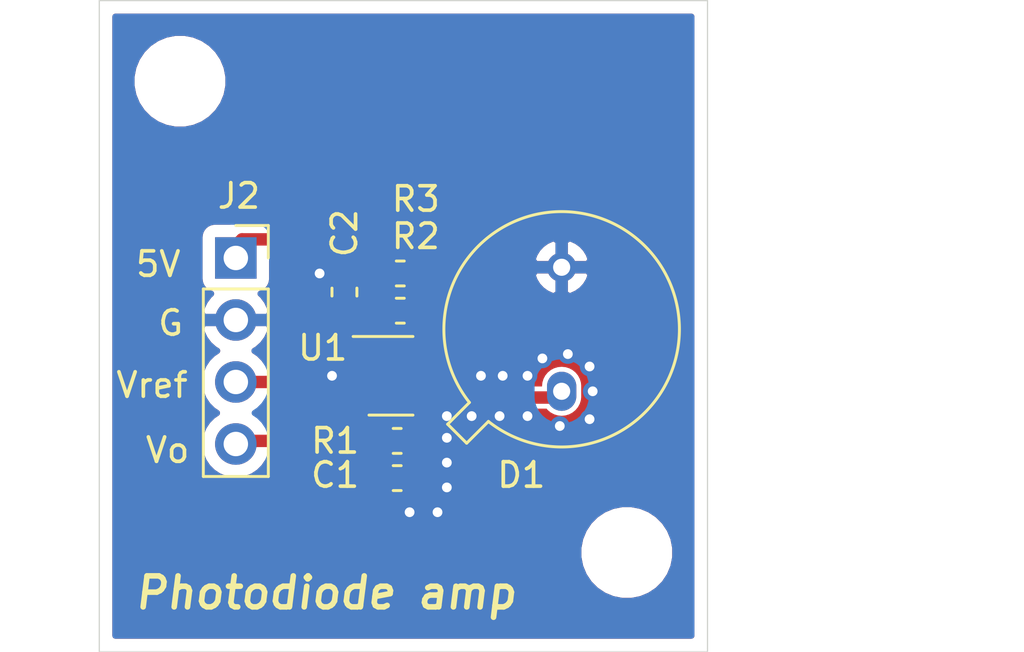
<source format=kicad_pcb>
(kicad_pcb (version 20171130) (host pcbnew 5.1.6-c6e7f7d~87~ubuntu18.04.1)

  (general
    (thickness 1.6)
    (drawings 11)
    (tracks 53)
    (zones 0)
    (modules 10)
    (nets 7)
  )

  (page A4)
  (layers
    (0 F.Cu signal)
    (31 B.Cu signal)
    (32 B.Adhes user)
    (33 F.Adhes user)
    (34 B.Paste user)
    (35 F.Paste user)
    (36 B.SilkS user hide)
    (37 F.SilkS user)
    (38 B.Mask user)
    (39 F.Mask user)
    (40 Dwgs.User user)
    (41 Cmts.User user)
    (42 Eco1.User user)
    (43 Eco2.User user hide)
    (44 Edge.Cuts user)
    (45 Margin user)
    (46 B.CrtYd user)
    (47 F.CrtYd user)
    (48 B.Fab user)
    (49 F.Fab user hide)
  )

  (setup
    (last_trace_width 0.1524)
    (user_trace_width 0.1524)
    (user_trace_width 0.254)
    (user_trace_width 0.381)
    (user_trace_width 0.508)
    (user_trace_width 0.635)
    (trace_clearance 0.2)
    (zone_clearance 0.127)
    (zone_45_only no)
    (trace_min 0.2)
    (via_size 0.8)
    (via_drill 0.4)
    (via_min_size 0.4)
    (via_min_drill 0.3)
    (uvia_size 0.3)
    (uvia_drill 0.1)
    (uvias_allowed no)
    (uvia_min_size 0.2)
    (uvia_min_drill 0.1)
    (edge_width 0.05)
    (segment_width 0.2)
    (pcb_text_width 0.3)
    (pcb_text_size 1.5 1.5)
    (mod_edge_width 0.12)
    (mod_text_size 1 1)
    (mod_text_width 0.15)
    (pad_size 1.524 1.524)
    (pad_drill 0.762)
    (pad_to_mask_clearance 0.05)
    (aux_axis_origin 0 0)
    (visible_elements FFFFFF7F)
    (pcbplotparams
      (layerselection 0x010fc_ffffffff)
      (usegerberextensions false)
      (usegerberattributes true)
      (usegerberadvancedattributes true)
      (creategerberjobfile true)
      (excludeedgelayer true)
      (linewidth 0.100000)
      (plotframeref false)
      (viasonmask false)
      (mode 1)
      (useauxorigin false)
      (hpglpennumber 1)
      (hpglpenspeed 20)
      (hpglpendiameter 15.000000)
      (psnegative false)
      (psa4output false)
      (plotreference true)
      (plotvalue true)
      (plotinvisibletext false)
      (padsonsilk false)
      (subtractmaskfromsilk false)
      (outputformat 1)
      (mirror false)
      (drillshape 0)
      (scaleselection 1)
      (outputdirectory "../production/gerbers"))
  )

  (net 0 "")
  (net 1 GND)
  (net 2 /Vout)
  (net 3 "Net-(C1-Pad1)")
  (net 4 /Vref)
  (net 5 +5V)
  (net 6 "Net-(C2-Pad2)")

  (net_class Default "This is the default net class."
    (clearance 0.2)
    (trace_width 0.25)
    (via_dia 0.8)
    (via_drill 0.4)
    (uvia_dia 0.3)
    (uvia_drill 0.1)
    (add_net +5V)
    (add_net /Vout)
    (add_net /Vref)
    (add_net GND)
    (add_net "Net-(C1-Pad1)")
    (add_net "Net-(C2-Pad2)")
  )

  (module Package_TO_SOT_THT:TO-5-2_Window (layer F.Cu) (tedit 5A02FF81) (tstamp 61B00E5E)
    (at 158.877 99.822 90)
    (descr "TO-5-2_Window, Window")
    (tags "TO-5-2_Window Window")
    (path /61B6A38B)
    (fp_text reference D1 (at -3.429 -1.651) (layer F.SilkS)
      (effects (font (size 1 1) (thickness 0.15)))
    )
    (fp_text value BPX61 (at 2.54 5.82 90) (layer F.Fab)
      (effects (font (size 1 1) (thickness 0.15)))
    )
    (fp_arc (start 2.54 0) (end -0.457084 -3.774902) (angle 346.9) (layer F.SilkS) (width 0.12))
    (fp_arc (start 2.54 0) (end -0.465408 -3.61352) (angle 349.5) (layer F.Fab) (width 0.1))
    (fp_text user %R (at 2.54 -5.82 90) (layer F.Fab)
      (effects (font (size 1 1) (thickness 0.15)))
    )
    (fp_line (start -0.465408 -3.61352) (end -1.27151 -4.419621) (layer F.Fab) (width 0.1))
    (fp_line (start -1.27151 -4.419621) (end -1.879621 -3.81151) (layer F.Fab) (width 0.1))
    (fp_line (start -1.879621 -3.81151) (end -1.07352 -3.005408) (layer F.Fab) (width 0.1))
    (fp_line (start 3.864 -2.637) (end 5.177 -1.324) (layer F.Fab) (width 0.1))
    (fp_line (start 3.025 -2.911) (end 5.451 -0.485) (layer F.Fab) (width 0.1))
    (fp_line (start 2.42 -2.948) (end 5.488 0.12) (layer F.Fab) (width 0.1))
    (fp_line (start 1.918 -2.884) (end 5.424 0.622) (layer F.Fab) (width 0.1))
    (fp_line (start 1.482 -2.755) (end 5.295 1.058) (layer F.Fab) (width 0.1))
    (fp_line (start 1.097 -2.574) (end 5.114 1.443) (layer F.Fab) (width 0.1))
    (fp_line (start 0.756 -2.35) (end 4.89 1.784) (layer F.Fab) (width 0.1))
    (fp_line (start 0.454 -2.086) (end 4.626 2.086) (layer F.Fab) (width 0.1))
    (fp_line (start 0.19 -1.784) (end 4.324 2.35) (layer F.Fab) (width 0.1))
    (fp_line (start -0.034 -1.443) (end 3.983 2.574) (layer F.Fab) (width 0.1))
    (fp_line (start -0.215 -1.058) (end 3.598 2.755) (layer F.Fab) (width 0.1))
    (fp_line (start -0.344 -0.622) (end 3.162 2.884) (layer F.Fab) (width 0.1))
    (fp_line (start -0.408 -0.12) (end 2.66 2.948) (layer F.Fab) (width 0.1))
    (fp_line (start -0.371 0.485) (end 2.055 2.911) (layer F.Fab) (width 0.1))
    (fp_line (start -0.097 1.324) (end 1.216 2.637) (layer F.Fab) (width 0.1))
    (fp_line (start -0.457084 -3.774902) (end -1.348039 -4.665856) (layer F.SilkS) (width 0.12))
    (fp_line (start -1.348039 -4.665856) (end -2.125856 -3.888039) (layer F.SilkS) (width 0.12))
    (fp_line (start -2.125856 -3.888039) (end -1.234902 -2.997084) (layer F.SilkS) (width 0.12))
    (fp_line (start -2.41 -4.95) (end -2.41 4.95) (layer F.CrtYd) (width 0.05))
    (fp_line (start -2.41 4.95) (end 7.49 4.95) (layer F.CrtYd) (width 0.05))
    (fp_line (start 7.49 4.95) (end 7.49 -4.95) (layer F.CrtYd) (width 0.05))
    (fp_line (start 7.49 -4.95) (end -2.41 -4.95) (layer F.CrtYd) (width 0.05))
    (fp_circle (center 2.54 0) (end 6.79 0) (layer F.Fab) (width 0.1))
    (fp_circle (center 2.54 0) (end 5.49 0) (layer F.Fab) (width 0.1))
    (pad 2 thru_hole oval (at 5.08 0 90) (size 1.2 1.2) (drill 0.7) (layers *.Cu *.Mask)
      (net 1 GND))
    (pad 1 thru_hole oval (at 0 0 90) (size 1.6 1.2) (drill 0.7) (layers *.Cu *.Mask)
      (net 3 "Net-(C1-Pad1)"))
    (model ${KISYS3DMOD}/Package_TO_SOT_THT.3dshapes/TO-5-2_Window.wrl
      (offset (xyz 0 0 -4.445))
      (scale (xyz 1 1 1))
      (rotate (xyz 0 0 0))
    )
  )

  (module Package_TO_SOT_SMD:SOT-23-5 (layer F.Cu) (tedit 5A02FF57) (tstamp 61AFFDDD)
    (at 151.892 99.187)
    (descr "5-pin SOT23 package")
    (tags SOT-23-5)
    (path /61B13F66)
    (attr smd)
    (fp_text reference U1 (at -2.794 -1.143) (layer F.SilkS)
      (effects (font (size 1 1) (thickness 0.15)))
    )
    (fp_text value OPA333xxDBV (at 0 2.9) (layer F.Fab)
      (effects (font (size 1 1) (thickness 0.15)))
    )
    (fp_text user %R (at 0 0 90) (layer F.Fab)
      (effects (font (size 0.5 0.5) (thickness 0.075)))
    )
    (fp_line (start -0.9 1.61) (end 0.9 1.61) (layer F.SilkS) (width 0.12))
    (fp_line (start 0.9 -1.61) (end -1.55 -1.61) (layer F.SilkS) (width 0.12))
    (fp_line (start -1.9 -1.8) (end 1.9 -1.8) (layer F.CrtYd) (width 0.05))
    (fp_line (start 1.9 -1.8) (end 1.9 1.8) (layer F.CrtYd) (width 0.05))
    (fp_line (start 1.9 1.8) (end -1.9 1.8) (layer F.CrtYd) (width 0.05))
    (fp_line (start -1.9 1.8) (end -1.9 -1.8) (layer F.CrtYd) (width 0.05))
    (fp_line (start -0.9 -0.9) (end -0.25 -1.55) (layer F.Fab) (width 0.1))
    (fp_line (start 0.9 -1.55) (end -0.25 -1.55) (layer F.Fab) (width 0.1))
    (fp_line (start -0.9 -0.9) (end -0.9 1.55) (layer F.Fab) (width 0.1))
    (fp_line (start 0.9 1.55) (end -0.9 1.55) (layer F.Fab) (width 0.1))
    (fp_line (start 0.9 -1.55) (end 0.9 1.55) (layer F.Fab) (width 0.1))
    (pad 5 smd rect (at 1.1 -0.95) (size 1.06 0.65) (layers F.Cu F.Paste F.Mask)
      (net 5 +5V))
    (pad 4 smd rect (at 1.1 0.95) (size 1.06 0.65) (layers F.Cu F.Paste F.Mask)
      (net 3 "Net-(C1-Pad1)"))
    (pad 3 smd rect (at -1.1 0.95) (size 1.06 0.65) (layers F.Cu F.Paste F.Mask)
      (net 4 /Vref))
    (pad 2 smd rect (at -1.1 0) (size 1.06 0.65) (layers F.Cu F.Paste F.Mask)
      (net 1 GND))
    (pad 1 smd rect (at -1.1 -0.95) (size 1.06 0.65) (layers F.Cu F.Paste F.Mask)
      (net 2 /Vout))
    (model ${KISYS3DMOD}/Package_TO_SOT_SMD.3dshapes/SOT-23-5.wrl
      (at (xyz 0 0 0))
      (scale (xyz 1 1 1))
      (rotate (xyz 0 0 0))
    )
  )

  (module Resistor_SMD:R_0603_1608Metric (layer F.Cu) (tedit 5B301BBD) (tstamp 61AFFDC8)
    (at 152.146 101.854 180)
    (descr "Resistor SMD 0603 (1608 Metric), square (rectangular) end terminal, IPC_7351 nominal, (Body size source: http://www.tortai-tech.com/upload/download/2011102023233369053.pdf), generated with kicad-footprint-generator")
    (tags resistor)
    (path /61B275EE)
    (attr smd)
    (fp_text reference R1 (at 2.54 0) (layer F.SilkS)
      (effects (font (size 1 1) (thickness 0.15)))
    )
    (fp_text value 2M (at 0 1.43) (layer F.Fab)
      (effects (font (size 1 1) (thickness 0.15)))
    )
    (fp_text user %R (at 0 0) (layer F.Fab)
      (effects (font (size 0.4 0.4) (thickness 0.06)))
    )
    (fp_line (start -0.8 0.4) (end -0.8 -0.4) (layer F.Fab) (width 0.1))
    (fp_line (start -0.8 -0.4) (end 0.8 -0.4) (layer F.Fab) (width 0.1))
    (fp_line (start 0.8 -0.4) (end 0.8 0.4) (layer F.Fab) (width 0.1))
    (fp_line (start 0.8 0.4) (end -0.8 0.4) (layer F.Fab) (width 0.1))
    (fp_line (start -0.162779 -0.51) (end 0.162779 -0.51) (layer F.SilkS) (width 0.12))
    (fp_line (start -0.162779 0.51) (end 0.162779 0.51) (layer F.SilkS) (width 0.12))
    (fp_line (start -1.48 0.73) (end -1.48 -0.73) (layer F.CrtYd) (width 0.05))
    (fp_line (start -1.48 -0.73) (end 1.48 -0.73) (layer F.CrtYd) (width 0.05))
    (fp_line (start 1.48 -0.73) (end 1.48 0.73) (layer F.CrtYd) (width 0.05))
    (fp_line (start 1.48 0.73) (end -1.48 0.73) (layer F.CrtYd) (width 0.05))
    (pad 2 smd roundrect (at 0.7875 0 180) (size 0.875 0.95) (layers F.Cu F.Paste F.Mask) (roundrect_rratio 0.25)
      (net 2 /Vout))
    (pad 1 smd roundrect (at -0.7875 0 180) (size 0.875 0.95) (layers F.Cu F.Paste F.Mask) (roundrect_rratio 0.25)
      (net 3 "Net-(C1-Pad1)"))
    (model ${KISYS3DMOD}/Resistor_SMD.3dshapes/R_0603_1608Metric.wrl
      (at (xyz 0 0 0))
      (scale (xyz 1 1 1))
      (rotate (xyz 0 0 0))
    )
  )

  (module Resistor_SMD:R_0603_1608Metric (layer F.Cu) (tedit 5B301BBD) (tstamp 61AFFD97)
    (at 152.273 96.52)
    (descr "Resistor SMD 0603 (1608 Metric), square (rectangular) end terminal, IPC_7351 nominal, (Body size source: http://www.tortai-tech.com/upload/download/2011102023233369053.pdf), generated with kicad-footprint-generator")
    (tags resistor)
    (path /61B2103D)
    (attr smd)
    (fp_text reference R2 (at 0.635 -3.048) (layer F.SilkS)
      (effects (font (size 1 1) (thickness 0.15)))
    )
    (fp_text value 13.7K (at 0 1.43) (layer F.Fab)
      (effects (font (size 1 1) (thickness 0.15)))
    )
    (fp_text user %R (at 0 0) (layer F.Fab)
      (effects (font (size 0.4 0.4) (thickness 0.06)))
    )
    (fp_line (start -0.8 0.4) (end -0.8 -0.4) (layer F.Fab) (width 0.1))
    (fp_line (start -0.8 -0.4) (end 0.8 -0.4) (layer F.Fab) (width 0.1))
    (fp_line (start 0.8 -0.4) (end 0.8 0.4) (layer F.Fab) (width 0.1))
    (fp_line (start 0.8 0.4) (end -0.8 0.4) (layer F.Fab) (width 0.1))
    (fp_line (start -0.162779 -0.51) (end 0.162779 -0.51) (layer F.SilkS) (width 0.12))
    (fp_line (start -0.162779 0.51) (end 0.162779 0.51) (layer F.SilkS) (width 0.12))
    (fp_line (start -1.48 0.73) (end -1.48 -0.73) (layer F.CrtYd) (width 0.05))
    (fp_line (start -1.48 -0.73) (end 1.48 -0.73) (layer F.CrtYd) (width 0.05))
    (fp_line (start 1.48 -0.73) (end 1.48 0.73) (layer F.CrtYd) (width 0.05))
    (fp_line (start 1.48 0.73) (end -1.48 0.73) (layer F.CrtYd) (width 0.05))
    (pad 2 smd roundrect (at 0.7875 0) (size 0.875 0.95) (layers F.Cu F.Paste F.Mask) (roundrect_rratio 0.25)
      (net 5 +5V))
    (pad 1 smd roundrect (at -0.7875 0) (size 0.875 0.95) (layers F.Cu F.Paste F.Mask) (roundrect_rratio 0.25)
      (net 6 "Net-(C2-Pad2)"))
    (model ${KISYS3DMOD}/Resistor_SMD.3dshapes/R_0603_1608Metric.wrl
      (at (xyz 0 0 0))
      (scale (xyz 1 1 1))
      (rotate (xyz 0 0 0))
    )
  )

  (module Capacitor_SMD:C_0603_1608Metric (layer F.Cu) (tedit 5B301BBE) (tstamp 61AFFD03)
    (at 152.146 103.378 180)
    (descr "Capacitor SMD 0603 (1608 Metric), square (rectangular) end terminal, IPC_7351 nominal, (Body size source: http://www.tortai-tech.com/upload/download/2011102023233369053.pdf), generated with kicad-footprint-generator")
    (tags capacitor)
    (path /61B23471)
    (attr smd)
    (fp_text reference C1 (at 2.54 0.127) (layer F.SilkS)
      (effects (font (size 1 1) (thickness 0.15)))
    )
    (fp_text value 3.3pF (at 0 1.43) (layer F.Fab)
      (effects (font (size 1 1) (thickness 0.15)))
    )
    (fp_text user %R (at 0 0) (layer F.Fab)
      (effects (font (size 0.4 0.4) (thickness 0.06)))
    )
    (fp_line (start -0.8 0.4) (end -0.8 -0.4) (layer F.Fab) (width 0.1))
    (fp_line (start -0.8 -0.4) (end 0.8 -0.4) (layer F.Fab) (width 0.1))
    (fp_line (start 0.8 -0.4) (end 0.8 0.4) (layer F.Fab) (width 0.1))
    (fp_line (start 0.8 0.4) (end -0.8 0.4) (layer F.Fab) (width 0.1))
    (fp_line (start -0.162779 -0.51) (end 0.162779 -0.51) (layer F.SilkS) (width 0.12))
    (fp_line (start -0.162779 0.51) (end 0.162779 0.51) (layer F.SilkS) (width 0.12))
    (fp_line (start -1.48 0.73) (end -1.48 -0.73) (layer F.CrtYd) (width 0.05))
    (fp_line (start -1.48 -0.73) (end 1.48 -0.73) (layer F.CrtYd) (width 0.05))
    (fp_line (start 1.48 -0.73) (end 1.48 0.73) (layer F.CrtYd) (width 0.05))
    (fp_line (start 1.48 0.73) (end -1.48 0.73) (layer F.CrtYd) (width 0.05))
    (pad 2 smd roundrect (at 0.7875 0 180) (size 0.875 0.95) (layers F.Cu F.Paste F.Mask) (roundrect_rratio 0.25)
      (net 2 /Vout))
    (pad 1 smd roundrect (at -0.7875 0 180) (size 0.875 0.95) (layers F.Cu F.Paste F.Mask) (roundrect_rratio 0.25)
      (net 3 "Net-(C1-Pad1)"))
    (model ${KISYS3DMOD}/Capacitor_SMD.3dshapes/C_0603_1608Metric.wrl
      (at (xyz 0 0 0))
      (scale (xyz 1 1 1))
      (rotate (xyz 0 0 0))
    )
  )

  (module Capacitor_SMD:C_0603_1608Metric (layer F.Cu) (tedit 5B301BBE) (tstamp 61A8F661)
    (at 149.987 95.758 270)
    (descr "Capacitor SMD 0603 (1608 Metric), square (rectangular) end terminal, IPC_7351 nominal, (Body size source: http://www.tortai-tech.com/upload/download/2011102023233369053.pdf), generated with kicad-footprint-generator")
    (tags capacitor)
    (path /61A9D282)
    (attr smd)
    (fp_text reference C2 (at -2.413 0 270) (layer F.SilkS)
      (effects (font (size 1 1) (thickness 0.15)))
    )
    (fp_text value 1uF (at 0 1.43 90) (layer F.Fab)
      (effects (font (size 1 1) (thickness 0.15)))
    )
    (fp_line (start -0.8 0.4) (end -0.8 -0.4) (layer F.Fab) (width 0.1))
    (fp_line (start -0.8 -0.4) (end 0.8 -0.4) (layer F.Fab) (width 0.1))
    (fp_line (start 0.8 -0.4) (end 0.8 0.4) (layer F.Fab) (width 0.1))
    (fp_line (start 0.8 0.4) (end -0.8 0.4) (layer F.Fab) (width 0.1))
    (fp_line (start -0.162779 -0.51) (end 0.162779 -0.51) (layer F.SilkS) (width 0.12))
    (fp_line (start -0.162779 0.51) (end 0.162779 0.51) (layer F.SilkS) (width 0.12))
    (fp_line (start -1.48 0.73) (end -1.48 -0.73) (layer F.CrtYd) (width 0.05))
    (fp_line (start -1.48 -0.73) (end 1.48 -0.73) (layer F.CrtYd) (width 0.05))
    (fp_line (start 1.48 -0.73) (end 1.48 0.73) (layer F.CrtYd) (width 0.05))
    (fp_line (start 1.48 0.73) (end -1.48 0.73) (layer F.CrtYd) (width 0.05))
    (fp_text user %R (at 0 0 90) (layer F.Fab)
      (effects (font (size 0.4 0.4) (thickness 0.06)))
    )
    (pad 2 smd roundrect (at 0.7875 0 270) (size 0.875 0.95) (layers F.Cu F.Paste F.Mask) (roundrect_rratio 0.25)
      (net 6 "Net-(C2-Pad2)"))
    (pad 1 smd roundrect (at -0.7875 0 270) (size 0.875 0.95) (layers F.Cu F.Paste F.Mask) (roundrect_rratio 0.25)
      (net 1 GND))
    (model ${KISYS3DMOD}/Capacitor_SMD.3dshapes/C_0603_1608Metric.wrl
      (at (xyz 0 0 0))
      (scale (xyz 1 1 1))
      (rotate (xyz 0 0 0))
    )
  )

  (module MountingHole:MountingHole_2.7mm_M2.5 (layer F.Cu) (tedit 56D1B4CB) (tstamp 61A8CCDD)
    (at 161.544 106.426)
    (descr "Mounting Hole 2.7mm, no annular, M2.5")
    (tags "mounting hole 2.7mm no annular m2.5")
    (path /61B14D6F)
    (attr virtual)
    (fp_text reference H2 (at -4.064 2.286) (layer F.SilkS) hide
      (effects (font (size 1 1) (thickness 0.15)))
    )
    (fp_text value MountingHole (at 0 3.7) (layer F.Fab)
      (effects (font (size 1 1) (thickness 0.15)))
    )
    (fp_circle (center 0 0) (end 2.95 0) (layer F.CrtYd) (width 0.05))
    (fp_circle (center 0 0) (end 2.7 0) (layer Cmts.User) (width 0.15))
    (fp_text user %R (at 0.3 0) (layer F.Fab)
      (effects (font (size 1 1) (thickness 0.15)))
    )
    (pad 1 np_thru_hole circle (at 0 0) (size 2.7 2.7) (drill 2.7) (layers *.Cu *.Mask))
  )

  (module MountingHole:MountingHole_2.7mm_M2.5 (layer F.Cu) (tedit 56D1B4CB) (tstamp 61A8D2F5)
    (at 143.256 87.122)
    (descr "Mounting Hole 2.7mm, no annular, M2.5")
    (tags "mounting hole 2.7mm no annular m2.5")
    (path /61B1347B)
    (attr virtual)
    (fp_text reference H1 (at 0 -3.7) (layer F.SilkS) hide
      (effects (font (size 1 1) (thickness 0.15)))
    )
    (fp_text value MountingHole (at 0 3.7) (layer F.Fab)
      (effects (font (size 1 1) (thickness 0.15)))
    )
    (fp_circle (center 0 0) (end 2.95 0) (layer F.CrtYd) (width 0.05))
    (fp_circle (center 0 0) (end 2.7 0) (layer Cmts.User) (width 0.15))
    (fp_text user %R (at 0.3 0) (layer F.Fab)
      (effects (font (size 1 1) (thickness 0.15)))
    )
    (pad 1 np_thru_hole circle (at 0 0) (size 2.7 2.7) (drill 2.7) (layers *.Cu *.Mask))
  )

  (module Resistor_SMD:R_0603_1608Metric (layer F.Cu) (tedit 5B301BBD) (tstamp 61A8D784)
    (at 152.273 94.996)
    (descr "Resistor SMD 0603 (1608 Metric), square (rectangular) end terminal, IPC_7351 nominal, (Body size source: http://www.tortai-tech.com/upload/download/2011102023233369053.pdf), generated with kicad-footprint-generator")
    (tags resistor)
    (path /61AFAEA8)
    (attr smd)
    (fp_text reference R3 (at 0.635 -3.048) (layer F.SilkS)
      (effects (font (size 1 1) (thickness 0.15)))
    )
    (fp_text value 280R (at 0 1.43) (layer F.Fab)
      (effects (font (size 1 1) (thickness 0.15)))
    )
    (fp_line (start 1.48 0.73) (end -1.48 0.73) (layer F.CrtYd) (width 0.05))
    (fp_line (start 1.48 -0.73) (end 1.48 0.73) (layer F.CrtYd) (width 0.05))
    (fp_line (start -1.48 -0.73) (end 1.48 -0.73) (layer F.CrtYd) (width 0.05))
    (fp_line (start -1.48 0.73) (end -1.48 -0.73) (layer F.CrtYd) (width 0.05))
    (fp_line (start -0.162779 0.51) (end 0.162779 0.51) (layer F.SilkS) (width 0.12))
    (fp_line (start -0.162779 -0.51) (end 0.162779 -0.51) (layer F.SilkS) (width 0.12))
    (fp_line (start 0.8 0.4) (end -0.8 0.4) (layer F.Fab) (width 0.1))
    (fp_line (start 0.8 -0.4) (end 0.8 0.4) (layer F.Fab) (width 0.1))
    (fp_line (start -0.8 -0.4) (end 0.8 -0.4) (layer F.Fab) (width 0.1))
    (fp_line (start -0.8 0.4) (end -0.8 -0.4) (layer F.Fab) (width 0.1))
    (fp_text user %R (at 0 0) (layer F.Fab)
      (effects (font (size 0.4 0.4) (thickness 0.06)))
    )
    (pad 2 smd roundrect (at 0.7875 0) (size 0.875 0.95) (layers F.Cu F.Paste F.Mask) (roundrect_rratio 0.25)
      (net 5 +5V))
    (pad 1 smd roundrect (at -0.7875 0) (size 0.875 0.95) (layers F.Cu F.Paste F.Mask) (roundrect_rratio 0.25)
      (net 1 GND))
    (model ${KISYS3DMOD}/Resistor_SMD.3dshapes/R_0603_1608Metric.wrl
      (at (xyz 0 0 0))
      (scale (xyz 1 1 1))
      (rotate (xyz 0 0 0))
    )
  )

  (module Connector_PinSocket_2.54mm:PinSocket_1x04_P2.54mm_Vertical (layer F.Cu) (tedit 5A19A429) (tstamp 61A8D878)
    (at 145.542 94.361)
    (descr "Through hole straight socket strip, 1x04, 2.54mm pitch, single row (from Kicad 4.0.7), script generated")
    (tags "Through hole socket strip THT 1x04 2.54mm single row")
    (path /61A8D521)
    (fp_text reference J2 (at 0.127 -2.54) (layer F.SilkS)
      (effects (font (size 1 1) (thickness 0.15)))
    )
    (fp_text value Conn_01x04 (at 0 10.39) (layer F.Fab)
      (effects (font (size 1 1) (thickness 0.15)))
    )
    (fp_line (start -1.8 9.4) (end -1.8 -1.8) (layer F.CrtYd) (width 0.05))
    (fp_line (start 1.75 9.4) (end -1.8 9.4) (layer F.CrtYd) (width 0.05))
    (fp_line (start 1.75 -1.8) (end 1.75 9.4) (layer F.CrtYd) (width 0.05))
    (fp_line (start -1.8 -1.8) (end 1.75 -1.8) (layer F.CrtYd) (width 0.05))
    (fp_line (start 0 -1.33) (end 1.33 -1.33) (layer F.SilkS) (width 0.12))
    (fp_line (start 1.33 -1.33) (end 1.33 0) (layer F.SilkS) (width 0.12))
    (fp_line (start 1.33 1.27) (end 1.33 8.95) (layer F.SilkS) (width 0.12))
    (fp_line (start -1.33 8.95) (end 1.33 8.95) (layer F.SilkS) (width 0.12))
    (fp_line (start -1.33 1.27) (end -1.33 8.95) (layer F.SilkS) (width 0.12))
    (fp_line (start -1.33 1.27) (end 1.33 1.27) (layer F.SilkS) (width 0.12))
    (fp_line (start -1.27 8.89) (end -1.27 -1.27) (layer F.Fab) (width 0.1))
    (fp_line (start 1.27 8.89) (end -1.27 8.89) (layer F.Fab) (width 0.1))
    (fp_line (start 1.27 -0.635) (end 1.27 8.89) (layer F.Fab) (width 0.1))
    (fp_line (start 0.635 -1.27) (end 1.27 -0.635) (layer F.Fab) (width 0.1))
    (fp_line (start -1.27 -1.27) (end 0.635 -1.27) (layer F.Fab) (width 0.1))
    (fp_text user %R (at 0 3.81 90) (layer F.Fab)
      (effects (font (size 1 1) (thickness 0.15)))
    )
    (pad 4 thru_hole oval (at 0 7.62) (size 1.7 1.7) (drill 1) (layers *.Cu *.Mask)
      (net 2 /Vout))
    (pad 3 thru_hole oval (at 0 5.08) (size 1.7 1.7) (drill 1) (layers *.Cu *.Mask)
      (net 4 /Vref))
    (pad 2 thru_hole oval (at 0 2.54) (size 1.7 1.7) (drill 1) (layers *.Cu *.Mask)
      (net 1 GND))
    (pad 1 thru_hole rect (at 0 0) (size 1.7 1.7) (drill 1) (layers *.Cu *.Mask)
      (net 5 +5V))
  )

  (gr_text "Photodiode amp" (at 149.225 108.077) (layer F.SilkS)
    (effects (font (size 1.27 1.27) (thickness 0.2286) italic))
  )
  (gr_text "12/7/2021\n" (at 159.385 88.9) (layer F.Mask) (tstamp 61A8E1A5)
    (effects (font (size 1 1) (thickness 0.15) italic))
  )
  (gr_text "JF Saraceno" (at 144.78 109.22) (layer B.Mask) (tstamp 61A8E090)
    (effects (font (size 1 1) (thickness 0.15) italic) (justify mirror))
  )
  (gr_text 5V (at 142.367 94.615) (layer F.SilkS) (tstamp 61A8DF55)
    (effects (font (size 1 1) (thickness 0.15)))
  )
  (gr_text G (at 142.875 97.028) (layer F.SilkS) (tstamp 61A8DF51)
    (effects (font (size 1 1) (thickness 0.15)))
  )
  (gr_text Vo (at 142.748 102.235) (layer F.SilkS) (tstamp 61A8DF4D)
    (effects (font (size 1 1) (thickness 0.15)))
  )
  (gr_text Vref (at 142.113 99.568) (layer F.SilkS) (tstamp 61A8DF49)
    (effects (font (size 1 1) (thickness 0.15)))
  )
  (gr_line (start 164.846 83.82) (end 139.954 83.82) (layer Edge.Cuts) (width 0.05))
  (gr_line (start 164.846 110.49) (end 164.846 83.82) (layer Edge.Cuts) (width 0.05))
  (gr_line (start 139.954 110.49) (end 164.846 110.49) (layer Edge.Cuts) (width 0.05))
  (gr_line (start 139.954 83.82) (end 139.954 110.49) (layer Edge.Cuts) (width 0.05))

  (segment (start 150.0125 94.996) (end 149.987 94.9705) (width 0.508) (layer F.Cu) (net 1))
  (segment (start 151.4855 94.996) (end 150.0125 94.996) (width 0.508) (layer F.Cu) (net 1))
  (via (at 148.971 94.996) (size 0.8) (drill 0.4) (layers F.Cu B.Cu) (net 1))
  (segment (start 148.9965 94.9705) (end 148.971 94.996) (width 0.508) (layer F.Cu) (net 1))
  (segment (start 149.987 94.9705) (end 148.9965 94.9705) (width 0.508) (layer F.Cu) (net 1))
  (segment (start 147.066 96.901) (end 148.971 94.996) (width 0.508) (layer F.Cu) (net 1))
  (segment (start 145.034 96.901) (end 147.066 96.901) (width 0.508) (layer F.Cu) (net 1))
  (via (at 149.479 99.187) (size 0.8) (drill 0.4) (layers F.Cu B.Cu) (net 1))
  (segment (start 150.792 99.187) (end 149.479 99.187) (width 0.508) (layer F.Cu) (net 1))
  (via (at 155.575 99.187) (size 0.8) (drill 0.4) (layers F.Cu B.Cu) (net 1))
  (via (at 152.654 104.775) (size 0.8) (drill 0.4) (layers F.Cu B.Cu) (net 1))
  (via (at 153.797 104.775) (size 0.8) (drill 0.4) (layers F.Cu B.Cu) (net 1) (tstamp 61B01A64))
  (via (at 154.178 101.727) (size 0.8) (drill 0.4) (layers F.Cu B.Cu) (net 1) (tstamp 61B01A6B))
  (via (at 154.178 102.743) (size 0.8) (drill 0.4) (layers F.Cu B.Cu) (net 1) (tstamp 61B01A6D))
  (via (at 154.178 103.759) (size 0.8) (drill 0.4) (layers F.Cu B.Cu) (net 1) (tstamp 61B01A6F))
  (via (at 156.464 99.187) (size 0.8) (drill 0.4) (layers F.Cu B.Cu) (net 1) (tstamp 61B01AFD))
  (via (at 157.48 99.187) (size 0.8) (drill 0.4) (layers F.Cu B.Cu) (net 1) (tstamp 61B01AFF))
  (via (at 154.178 100.838) (size 0.8) (drill 0.4) (layers F.Cu B.Cu) (net 1) (tstamp 61B01B01))
  (via (at 155.194 100.838) (size 0.8) (drill 0.4) (layers F.Cu B.Cu) (net 1) (tstamp 61B01B03))
  (via (at 156.337 100.838) (size 0.8) (drill 0.4) (layers F.Cu B.Cu) (net 1) (tstamp 61B01B05))
  (via (at 157.48 100.838) (size 0.8) (drill 0.4) (layers F.Cu B.Cu) (net 1) (tstamp 61B01B07))
  (via (at 160.02 100.965) (size 0.8) (drill 0.4) (layers F.Cu B.Cu) (net 1) (tstamp 61B01BA2))
  (via (at 160.147 99.822) (size 0.8) (drill 0.4) (layers F.Cu B.Cu) (net 1) (tstamp 61B01BA4))
  (via (at 160.02 98.806) (size 0.8) (drill 0.4) (layers F.Cu B.Cu) (net 1) (tstamp 61B01BA6))
  (via (at 158.8008 101.2444) (size 0.8) (drill 0.4) (layers F.Cu B.Cu) (net 1) (tstamp 61B01D8B))
  (via (at 159.131 98.298) (size 0.8) (drill 0.4) (layers F.Cu B.Cu) (net 1) (tstamp 61B01E1F))
  (via (at 158.0896 98.4758) (size 0.8) (drill 0.4) (layers F.Cu B.Cu) (net 1) (tstamp 61B01E21))
  (segment (start 150.0125 96.52) (end 149.987 96.5455) (width 0.508) (layer F.Cu) (net 6))
  (segment (start 151.4855 96.52) (end 150.0125 96.52) (width 0.508) (layer F.Cu) (net 6))
  (segment (start 151.3585 101.854) (end 151.3585 103.378) (width 0.508) (layer F.Cu) (net 2))
  (segment (start 145.161 101.854) (end 145.034 101.981) (width 0.508) (layer F.Cu) (net 2))
  (segment (start 151.3585 101.854) (end 145.161 101.854) (width 0.508) (layer F.Cu) (net 2))
  (segment (start 151.765 101.4475) (end 151.3585 101.854) (width 0.254) (layer F.Cu) (net 2))
  (segment (start 151.765 98.716398) (end 151.765 101.4475) (width 0.254) (layer F.Cu) (net 2))
  (segment (start 150.792 98.237) (end 151.285602 98.237) (width 0.254) (layer F.Cu) (net 2))
  (segment (start 151.285602 98.237) (end 151.765 98.716398) (width 0.254) (layer F.Cu) (net 2))
  (segment (start 152.992 101.7955) (end 152.9335 101.854) (width 0.508) (layer F.Cu) (net 3))
  (segment (start 152.992 100.137) (end 152.992 101.7955) (width 0.508) (layer F.Cu) (net 3))
  (segment (start 152.9335 103.378) (end 152.9335 101.854) (width 0.508) (layer F.Cu) (net 3))
  (segment (start 153.051 100.078) (end 152.992 100.137) (width 0.508) (layer F.Cu) (net 3))
  (segment (start 158.877 99.822) (end 158.621 100.078) (width 0.508) (layer F.Cu) (net 3))
  (segment (start 158.621 100.078) (end 153.051 100.078) (width 0.508) (layer F.Cu) (net 3))
  (segment (start 145.161 99.568) (end 145.288 99.441) (width 0.25) (layer F.Cu) (net 4) (tstamp 61A8D853))
  (segment (start 148.143 100.137) (end 150.792 100.137) (width 0.508) (layer F.Cu) (net 4))
  (segment (start 145.034 99.441) (end 147.447 99.441) (width 0.508) (layer F.Cu) (net 4))
  (segment (start 147.447 99.441) (end 148.143 100.137) (width 0.508) (layer F.Cu) (net 4))
  (segment (start 153.0605 94.996) (end 153.0605 96.52) (width 0.508) (layer F.Cu) (net 5))
  (segment (start 153.0605 98.1685) (end 152.992 98.237) (width 0.508) (layer F.Cu) (net 5))
  (segment (start 153.0605 96.52) (end 153.0605 98.1685) (width 0.508) (layer F.Cu) (net 5))
  (segment (start 153.0605 94.3865) (end 152.273 93.599) (width 0.508) (layer F.Cu) (net 5))
  (segment (start 153.0605 94.996) (end 153.0605 94.3865) (width 0.508) (layer F.Cu) (net 5))
  (segment (start 145.796 93.599) (end 145.034 94.361) (width 0.508) (layer F.Cu) (net 5))
  (segment (start 152.273 93.599) (end 145.796 93.599) (width 0.508) (layer F.Cu) (net 5))

  (zone (net 1) (net_name GND) (layer F.Cu) (tstamp 61B01C5D) (hatch edge 0.508)
    (connect_pads (clearance 0.508))
    (min_thickness 0.254)
    (fill yes (arc_segments 32) (thermal_gap 0.508) (thermal_bridge_width 0.508))
    (polygon
      (pts
        (xy 177.8 110.49) (xy 135.89 110.49) (xy 135.89 83.82) (xy 177.8 83.82)
      )
    )
    (filled_polygon
      (pts
        (xy 164.186 109.83) (xy 140.614 109.83) (xy 140.614 106.230495) (xy 159.559 106.230495) (xy 159.559 106.621505)
        (xy 159.635282 107.005003) (xy 159.784915 107.36625) (xy 160.002149 107.691364) (xy 160.278636 107.967851) (xy 160.60375 108.185085)
        (xy 160.964997 108.334718) (xy 161.348495 108.411) (xy 161.739505 108.411) (xy 162.123003 108.334718) (xy 162.48425 108.185085)
        (xy 162.809364 107.967851) (xy 163.085851 107.691364) (xy 163.303085 107.36625) (xy 163.452718 107.005003) (xy 163.529 106.621505)
        (xy 163.529 106.230495) (xy 163.452718 105.846997) (xy 163.303085 105.48575) (xy 163.085851 105.160636) (xy 162.809364 104.884149)
        (xy 162.48425 104.666915) (xy 162.123003 104.517282) (xy 161.739505 104.441) (xy 161.348495 104.441) (xy 160.964997 104.517282)
        (xy 160.60375 104.666915) (xy 160.278636 104.884149) (xy 160.002149 105.160636) (xy 159.784915 105.48575) (xy 159.635282 105.846997)
        (xy 159.559 106.230495) (xy 140.614 106.230495) (xy 140.614 93.511) (xy 144.053928 93.511) (xy 144.053928 95.211)
        (xy 144.066188 95.335482) (xy 144.102498 95.45518) (xy 144.161463 95.565494) (xy 144.240815 95.662185) (xy 144.337506 95.741537)
        (xy 144.44782 95.800502) (xy 144.528466 95.824966) (xy 144.444412 95.900731) (xy 144.270359 96.13408) (xy 144.145175 96.396901)
        (xy 144.100524 96.54411) (xy 144.221845 96.774) (xy 145.415 96.774) (xy 145.415 96.754) (xy 145.669 96.754)
        (xy 145.669 96.774) (xy 146.862155 96.774) (xy 146.983476 96.54411) (xy 146.938825 96.396901) (xy 146.813641 96.13408)
        (xy 146.639588 95.900731) (xy 146.555534 95.824966) (xy 146.63618 95.800502) (xy 146.746494 95.741537) (xy 146.843185 95.662185)
        (xy 146.922537 95.565494) (xy 146.981502 95.45518) (xy 147.017812 95.335482) (xy 147.030072 95.211) (xy 147.030072 94.488)
        (xy 148.87836 94.488) (xy 148.873928 94.533) (xy 148.877 94.68475) (xy 149.03575 94.8435) (xy 149.86 94.8435)
        (xy 149.86 94.8235) (xy 150.114 94.8235) (xy 150.114 94.8435) (xy 150.54625 94.8435) (xy 150.57175 94.869)
        (xy 151.3585 94.869) (xy 151.3585 94.849) (xy 151.6125 94.849) (xy 151.6125 94.869) (xy 151.6325 94.869)
        (xy 151.6325 95.123) (xy 151.6125 95.123) (xy 151.6125 95.143) (xy 151.3585 95.143) (xy 151.3585 95.123)
        (xy 150.96375 95.123) (xy 150.93825 95.0975) (xy 150.114 95.0975) (xy 150.114 95.1175) (xy 149.86 95.1175)
        (xy 149.86 95.0975) (xy 149.03575 95.0975) (xy 148.877 95.25625) (xy 148.873928 95.408) (xy 148.886188 95.532482)
        (xy 148.922498 95.65218) (xy 148.981463 95.762494) (xy 149.0361 95.82907) (xy 149.018329 95.850725) (xy 148.93915 95.998858)
        (xy 148.890392 96.159592) (xy 148.873928 96.32675) (xy 148.873928 96.76425) (xy 148.890392 96.931408) (xy 148.93915 97.092142)
        (xy 149.018329 97.240275) (xy 149.124885 97.370115) (xy 149.254725 97.476671) (xy 149.402858 97.55585) (xy 149.563592 97.604608)
        (xy 149.699149 97.61796) (xy 149.672498 97.66782) (xy 149.636188 97.787518) (xy 149.623928 97.912) (xy 149.623928 98.562)
        (xy 149.636188 98.686482) (xy 149.643929 98.712) (xy 149.636188 98.737518) (xy 149.623928 98.862) (xy 149.627 98.90125)
        (xy 149.78575 99.06) (xy 149.867859 99.06) (xy 149.907506 99.092537) (xy 150.01782 99.151502) (xy 150.134841 99.187)
        (xy 150.01782 99.222498) (xy 149.97011 99.248) (xy 148.511236 99.248) (xy 148.106498 98.843263) (xy 148.078659 98.809341)
        (xy 147.943291 98.698247) (xy 147.788851 98.615697) (xy 147.621274 98.564864) (xy 147.490667 98.552) (xy 147.49066 98.552)
        (xy 147.447 98.5477) (xy 147.40334 98.552) (xy 146.733983 98.552) (xy 146.695475 98.494368) (xy 146.488632 98.287525)
        (xy 146.306466 98.165805) (xy 146.423355 98.096178) (xy 146.639588 97.901269) (xy 146.813641 97.66792) (xy 146.938825 97.405099)
        (xy 146.983476 97.25789) (xy 146.862155 97.028) (xy 145.669 97.028) (xy 145.669 97.048) (xy 145.415 97.048)
        (xy 145.415 97.028) (xy 144.221845 97.028) (xy 144.100524 97.25789) (xy 144.145175 97.405099) (xy 144.270359 97.66792)
        (xy 144.444412 97.901269) (xy 144.660645 98.096178) (xy 144.777534 98.165805) (xy 144.595368 98.287525) (xy 144.388525 98.494368)
        (xy 144.22601 98.737589) (xy 144.114068 99.007842) (xy 144.057 99.29474) (xy 144.057 99.58726) (xy 144.114068 99.874158)
        (xy 144.22601 100.144411) (xy 144.388525 100.387632) (xy 144.595368 100.594475) (xy 144.76976 100.711) (xy 144.595368 100.827525)
        (xy 144.388525 101.034368) (xy 144.22601 101.277589) (xy 144.114068 101.547842) (xy 144.057 101.83474) (xy 144.057 102.12726)
        (xy 144.114068 102.414158) (xy 144.22601 102.684411) (xy 144.388525 102.927632) (xy 144.595368 103.134475) (xy 144.838589 103.29699)
        (xy 145.108842 103.408932) (xy 145.39574 103.466) (xy 145.68826 103.466) (xy 145.975158 103.408932) (xy 146.245411 103.29699)
        (xy 146.488632 103.134475) (xy 146.695475 102.927632) (xy 146.818842 102.743) (xy 150.375334 102.743) (xy 150.34815 102.793858)
        (xy 150.299392 102.954592) (xy 150.282928 103.12175) (xy 150.282928 103.63425) (xy 150.299392 103.801408) (xy 150.34815 103.962142)
        (xy 150.427329 104.110275) (xy 150.533885 104.240115) (xy 150.663725 104.346671) (xy 150.811858 104.42585) (xy 150.972592 104.474608)
        (xy 151.13975 104.491072) (xy 151.57725 104.491072) (xy 151.744408 104.474608) (xy 151.905142 104.42585) (xy 152.053275 104.346671)
        (xy 152.146 104.270574) (xy 152.238725 104.346671) (xy 152.386858 104.42585) (xy 152.547592 104.474608) (xy 152.71475 104.491072)
        (xy 153.15225 104.491072) (xy 153.319408 104.474608) (xy 153.480142 104.42585) (xy 153.628275 104.346671) (xy 153.758115 104.240115)
        (xy 153.864671 104.110275) (xy 153.94385 103.962142) (xy 153.992608 103.801408) (xy 154.009072 103.63425) (xy 154.009072 103.12175)
        (xy 153.992608 102.954592) (xy 153.94385 102.793858) (xy 153.864671 102.645725) (xy 153.840277 102.616) (xy 153.864671 102.586275)
        (xy 153.94385 102.438142) (xy 153.992608 102.277408) (xy 154.009072 102.11025) (xy 154.009072 101.59775) (xy 153.992608 101.430592)
        (xy 153.94385 101.269858) (xy 153.881 101.152274) (xy 153.881 100.988839) (xy 153.907611 100.967) (xy 158.081746 100.967)
        (xy 158.187552 101.053833) (xy 158.4021 101.168511) (xy 158.634899 101.23913) (xy 158.877 101.262975) (xy 159.119102 101.23913)
        (xy 159.351901 101.168511) (xy 159.566449 101.053833) (xy 159.754502 100.899502) (xy 159.908833 100.711449) (xy 160.023511 100.4969)
        (xy 160.09413 100.264101) (xy 160.112 100.082664) (xy 160.112 99.561335) (xy 160.09413 99.379898) (xy 160.023511 99.147099)
        (xy 159.908833 98.932551) (xy 159.754502 98.744498) (xy 159.566448 98.590167) (xy 159.3519 98.475489) (xy 159.119101 98.40487)
        (xy 158.877 98.381025) (xy 158.634898 98.40487) (xy 158.402099 98.475489) (xy 158.187551 98.590167) (xy 157.999498 98.744498)
        (xy 157.845167 98.932552) (xy 157.730489 99.1471) (xy 157.717779 99.189) (xy 153.655752 99.189) (xy 153.649159 99.187)
        (xy 153.76618 99.151502) (xy 153.876494 99.092537) (xy 153.973185 99.013185) (xy 154.052537 98.916494) (xy 154.111502 98.80618)
        (xy 154.147812 98.686482) (xy 154.160072 98.562) (xy 154.160072 97.912) (xy 154.147812 97.787518) (xy 154.111502 97.66782)
        (xy 154.052537 97.557506) (xy 153.973185 97.460815) (xy 153.9495 97.441377) (xy 153.9495 97.303661) (xy 153.991671 97.252275)
        (xy 154.07085 97.104142) (xy 154.119608 96.943408) (xy 154.136072 96.77625) (xy 154.136072 96.26375) (xy 154.119608 96.096592)
        (xy 154.07085 95.935858) (xy 153.991671 95.787725) (xy 153.967277 95.758) (xy 153.991671 95.728275) (xy 154.07085 95.580142)
        (xy 154.119608 95.419408) (xy 154.136072 95.25225) (xy 154.136072 95.05961) (xy 157.683533 95.05961) (xy 157.768428 95.286341)
        (xy 157.895925 95.492153) (xy 158.061124 95.669137) (xy 158.257676 95.810492) (xy 158.478029 95.910785) (xy 158.559391 95.935462)
        (xy 158.75 95.810731) (xy 158.75 94.869) (xy 159.004 94.869) (xy 159.004 95.810731) (xy 159.194609 95.935462)
        (xy 159.275971 95.910785) (xy 159.496324 95.810492) (xy 159.692876 95.669137) (xy 159.858075 95.492153) (xy 159.985572 95.286341)
        (xy 160.070467 95.05961) (xy 159.946709 94.869) (xy 159.004 94.869) (xy 158.75 94.869) (xy 157.807291 94.869)
        (xy 157.683533 95.05961) (xy 154.136072 95.05961) (xy 154.136072 94.73975) (xy 154.119608 94.572592) (xy 154.074652 94.42439)
        (xy 157.683533 94.42439) (xy 157.807291 94.615) (xy 158.75 94.615) (xy 158.75 93.673269) (xy 159.004 93.673269)
        (xy 159.004 94.615) (xy 159.946709 94.615) (xy 160.070467 94.42439) (xy 159.985572 94.197659) (xy 159.858075 93.991847)
        (xy 159.692876 93.814863) (xy 159.496324 93.673508) (xy 159.275971 93.573215) (xy 159.194609 93.548538) (xy 159.004 93.673269)
        (xy 158.75 93.673269) (xy 158.559391 93.548538) (xy 158.478029 93.573215) (xy 158.257676 93.673508) (xy 158.061124 93.814863)
        (xy 157.895925 93.991847) (xy 157.768428 94.197659) (xy 157.683533 94.42439) (xy 154.074652 94.42439) (xy 154.07085 94.411858)
        (xy 153.991671 94.263725) (xy 153.929148 94.18754) (xy 153.893437 94.069815) (xy 153.885803 94.044649) (xy 153.803253 93.890209)
        (xy 153.692159 93.754841) (xy 153.658241 93.727005) (xy 152.932499 93.001263) (xy 152.904659 92.967341) (xy 152.769291 92.856247)
        (xy 152.614851 92.773697) (xy 152.447274 92.722864) (xy 152.316667 92.71) (xy 152.31666 92.71) (xy 152.273 92.7057)
        (xy 152.22934 92.71) (xy 145.83966 92.71) (xy 145.796 92.7057) (xy 145.75234 92.71) (xy 145.752333 92.71)
        (xy 145.638325 92.721229) (xy 145.621725 92.722864) (xy 145.570892 92.738284) (xy 145.454149 92.773697) (xy 145.299709 92.856247)
        (xy 145.279383 92.872928) (xy 144.692 92.872928) (xy 144.567518 92.885188) (xy 144.44782 92.921498) (xy 144.337506 92.980463)
        (xy 144.240815 93.059815) (xy 144.161463 93.156506) (xy 144.102498 93.26682) (xy 144.066188 93.386518) (xy 144.053928 93.511)
        (xy 140.614 93.511) (xy 140.614 86.926495) (xy 141.271 86.926495) (xy 141.271 87.317505) (xy 141.347282 87.701003)
        (xy 141.496915 88.06225) (xy 141.714149 88.387364) (xy 141.990636 88.663851) (xy 142.31575 88.881085) (xy 142.676997 89.030718)
        (xy 143.060495 89.107) (xy 143.451505 89.107) (xy 143.835003 89.030718) (xy 144.19625 88.881085) (xy 144.521364 88.663851)
        (xy 144.797851 88.387364) (xy 145.015085 88.06225) (xy 145.164718 87.701003) (xy 145.241 87.317505) (xy 145.241 86.926495)
        (xy 145.164718 86.542997) (xy 145.015085 86.18175) (xy 144.797851 85.856636) (xy 144.521364 85.580149) (xy 144.19625 85.362915)
        (xy 143.835003 85.213282) (xy 143.451505 85.137) (xy 143.060495 85.137) (xy 142.676997 85.213282) (xy 142.31575 85.362915)
        (xy 141.990636 85.580149) (xy 141.714149 85.856636) (xy 141.496915 86.18175) (xy 141.347282 86.542997) (xy 141.271 86.926495)
        (xy 140.614 86.926495) (xy 140.614 84.48) (xy 164.186001 84.48)
      )
    )
  )
  (zone (net 1) (net_name GND) (layer B.Cu) (tstamp 61B01C5A) (hatch edge 0.508)
    (connect_pads (clearance 0.508))
    (min_thickness 0.254)
    (fill yes (arc_segments 32) (thermal_gap 0.508) (thermal_bridge_width 0.508))
    (polygon
      (pts
        (xy 177.8 110.49) (xy 135.89 110.49) (xy 135.89 83.82) (xy 177.8 83.82)
      )
    )
    (filled_polygon
      (pts
        (xy 164.186 109.83) (xy 140.614 109.83) (xy 140.614 106.230495) (xy 159.559 106.230495) (xy 159.559 106.621505)
        (xy 159.635282 107.005003) (xy 159.784915 107.36625) (xy 160.002149 107.691364) (xy 160.278636 107.967851) (xy 160.60375 108.185085)
        (xy 160.964997 108.334718) (xy 161.348495 108.411) (xy 161.739505 108.411) (xy 162.123003 108.334718) (xy 162.48425 108.185085)
        (xy 162.809364 107.967851) (xy 163.085851 107.691364) (xy 163.303085 107.36625) (xy 163.452718 107.005003) (xy 163.529 106.621505)
        (xy 163.529 106.230495) (xy 163.452718 105.846997) (xy 163.303085 105.48575) (xy 163.085851 105.160636) (xy 162.809364 104.884149)
        (xy 162.48425 104.666915) (xy 162.123003 104.517282) (xy 161.739505 104.441) (xy 161.348495 104.441) (xy 160.964997 104.517282)
        (xy 160.60375 104.666915) (xy 160.278636 104.884149) (xy 160.002149 105.160636) (xy 159.784915 105.48575) (xy 159.635282 105.846997)
        (xy 159.559 106.230495) (xy 140.614 106.230495) (xy 140.614 99.29474) (xy 144.057 99.29474) (xy 144.057 99.58726)
        (xy 144.114068 99.874158) (xy 144.22601 100.144411) (xy 144.388525 100.387632) (xy 144.595368 100.594475) (xy 144.76976 100.711)
        (xy 144.595368 100.827525) (xy 144.388525 101.034368) (xy 144.22601 101.277589) (xy 144.114068 101.547842) (xy 144.057 101.83474)
        (xy 144.057 102.12726) (xy 144.114068 102.414158) (xy 144.22601 102.684411) (xy 144.388525 102.927632) (xy 144.595368 103.134475)
        (xy 144.838589 103.29699) (xy 145.108842 103.408932) (xy 145.39574 103.466) (xy 145.68826 103.466) (xy 145.975158 103.408932)
        (xy 146.245411 103.29699) (xy 146.488632 103.134475) (xy 146.695475 102.927632) (xy 146.85799 102.684411) (xy 146.969932 102.414158)
        (xy 147.027 102.12726) (xy 147.027 101.83474) (xy 146.969932 101.547842) (xy 146.85799 101.277589) (xy 146.695475 101.034368)
        (xy 146.488632 100.827525) (xy 146.31424 100.711) (xy 146.488632 100.594475) (xy 146.695475 100.387632) (xy 146.85799 100.144411)
        (xy 146.969932 99.874158) (xy 147.027 99.58726) (xy 147.027 99.561336) (xy 157.642 99.561336) (xy 157.642 100.082665)
        (xy 157.65987 100.264102) (xy 157.730489 100.496901) (xy 157.845168 100.711449) (xy 157.999499 100.899502) (xy 158.187552 101.053833)
        (xy 158.4021 101.168511) (xy 158.634899 101.23913) (xy 158.877 101.262975) (xy 159.119102 101.23913) (xy 159.351901 101.168511)
        (xy 159.566449 101.053833) (xy 159.754502 100.899502) (xy 159.908833 100.711449) (xy 160.023511 100.4969) (xy 160.09413 100.264101)
        (xy 160.112 100.082664) (xy 160.112 99.561335) (xy 160.09413 99.379898) (xy 160.023511 99.147099) (xy 159.908833 98.932551)
        (xy 159.754502 98.744498) (xy 159.566448 98.590167) (xy 159.3519 98.475489) (xy 159.119101 98.40487) (xy 158.877 98.381025)
        (xy 158.634898 98.40487) (xy 158.402099 98.475489) (xy 158.187551 98.590167) (xy 157.999498 98.744498) (xy 157.845167 98.932552)
        (xy 157.730489 99.1471) (xy 157.65987 99.379899) (xy 157.642 99.561336) (xy 147.027 99.561336) (xy 147.027 99.29474)
        (xy 146.969932 99.007842) (xy 146.85799 98.737589) (xy 146.695475 98.494368) (xy 146.488632 98.287525) (xy 146.306466 98.165805)
        (xy 146.423355 98.096178) (xy 146.639588 97.901269) (xy 146.813641 97.66792) (xy 146.938825 97.405099) (xy 146.983476 97.25789)
        (xy 146.862155 97.028) (xy 145.669 97.028) (xy 145.669 97.048) (xy 145.415 97.048) (xy 145.415 97.028)
        (xy 144.221845 97.028) (xy 144.100524 97.25789) (xy 144.145175 97.405099) (xy 144.270359 97.66792) (xy 144.444412 97.901269)
        (xy 144.660645 98.096178) (xy 144.777534 98.165805) (xy 144.595368 98.287525) (xy 144.388525 98.494368) (xy 144.22601 98.737589)
        (xy 144.114068 99.007842) (xy 144.057 99.29474) (xy 140.614 99.29474) (xy 140.614 93.511) (xy 144.053928 93.511)
        (xy 144.053928 95.211) (xy 144.066188 95.335482) (xy 144.102498 95.45518) (xy 144.161463 95.565494) (xy 144.240815 95.662185)
        (xy 144.337506 95.741537) (xy 144.44782 95.800502) (xy 144.528466 95.824966) (xy 144.444412 95.900731) (xy 144.270359 96.13408)
        (xy 144.145175 96.396901) (xy 144.100524 96.54411) (xy 144.221845 96.774) (xy 145.415 96.774) (xy 145.415 96.754)
        (xy 145.669 96.754) (xy 145.669 96.774) (xy 146.862155 96.774) (xy 146.983476 96.54411) (xy 146.938825 96.396901)
        (xy 146.813641 96.13408) (xy 146.639588 95.900731) (xy 146.555534 95.824966) (xy 146.63618 95.800502) (xy 146.746494 95.741537)
        (xy 146.843185 95.662185) (xy 146.922537 95.565494) (xy 146.981502 95.45518) (xy 147.017812 95.335482) (xy 147.030072 95.211)
        (xy 147.030072 95.05961) (xy 157.683533 95.05961) (xy 157.768428 95.286341) (xy 157.895925 95.492153) (xy 158.061124 95.669137)
        (xy 158.257676 95.810492) (xy 158.478029 95.910785) (xy 158.559391 95.935462) (xy 158.75 95.810731) (xy 158.75 94.869)
        (xy 159.004 94.869) (xy 159.004 95.810731) (xy 159.194609 95.935462) (xy 159.275971 95.910785) (xy 159.496324 95.810492)
        (xy 159.692876 95.669137) (xy 159.858075 95.492153) (xy 159.985572 95.286341) (xy 160.070467 95.05961) (xy 159.946709 94.869)
        (xy 159.004 94.869) (xy 158.75 94.869) (xy 157.807291 94.869) (xy 157.683533 95.05961) (xy 147.030072 95.05961)
        (xy 147.030072 94.42439) (xy 157.683533 94.42439) (xy 157.807291 94.615) (xy 158.75 94.615) (xy 158.75 93.673269)
        (xy 159.004 93.673269) (xy 159.004 94.615) (xy 159.946709 94.615) (xy 160.070467 94.42439) (xy 159.985572 94.197659)
        (xy 159.858075 93.991847) (xy 159.692876 93.814863) (xy 159.496324 93.673508) (xy 159.275971 93.573215) (xy 159.194609 93.548538)
        (xy 159.004 93.673269) (xy 158.75 93.673269) (xy 158.559391 93.548538) (xy 158.478029 93.573215) (xy 158.257676 93.673508)
        (xy 158.061124 93.814863) (xy 157.895925 93.991847) (xy 157.768428 94.197659) (xy 157.683533 94.42439) (xy 147.030072 94.42439)
        (xy 147.030072 93.511) (xy 147.017812 93.386518) (xy 146.981502 93.26682) (xy 146.922537 93.156506) (xy 146.843185 93.059815)
        (xy 146.746494 92.980463) (xy 146.63618 92.921498) (xy 146.516482 92.885188) (xy 146.392 92.872928) (xy 144.692 92.872928)
        (xy 144.567518 92.885188) (xy 144.44782 92.921498) (xy 144.337506 92.980463) (xy 144.240815 93.059815) (xy 144.161463 93.156506)
        (xy 144.102498 93.26682) (xy 144.066188 93.386518) (xy 144.053928 93.511) (xy 140.614 93.511) (xy 140.614 86.926495)
        (xy 141.271 86.926495) (xy 141.271 87.317505) (xy 141.347282 87.701003) (xy 141.496915 88.06225) (xy 141.714149 88.387364)
        (xy 141.990636 88.663851) (xy 142.31575 88.881085) (xy 142.676997 89.030718) (xy 143.060495 89.107) (xy 143.451505 89.107)
        (xy 143.835003 89.030718) (xy 144.19625 88.881085) (xy 144.521364 88.663851) (xy 144.797851 88.387364) (xy 145.015085 88.06225)
        (xy 145.164718 87.701003) (xy 145.241 87.317505) (xy 145.241 86.926495) (xy 145.164718 86.542997) (xy 145.015085 86.18175)
        (xy 144.797851 85.856636) (xy 144.521364 85.580149) (xy 144.19625 85.362915) (xy 143.835003 85.213282) (xy 143.451505 85.137)
        (xy 143.060495 85.137) (xy 142.676997 85.213282) (xy 142.31575 85.362915) (xy 141.990636 85.580149) (xy 141.714149 85.856636)
        (xy 141.496915 86.18175) (xy 141.347282 86.542997) (xy 141.271 86.926495) (xy 140.614 86.926495) (xy 140.614 84.48)
        (xy 164.186001 84.48)
      )
    )
  )
  (zone (net 1) (net_name GND) (layer F.Cu) (tstamp 61B01C57) (hatch edge 0.508)
    (connect_pads (clearance 0.127))
    (min_thickness 0.0254)
    (fill yes (arc_segments 32) (thermal_gap 0.508) (thermal_bridge_width 0.508) (smoothing chamfer))
    (polygon
      (pts
        (xy 160.655 101.7016) (xy 154.686 101.7016) (xy 154.686 105.41) (xy 152.146 105.41) (xy 152.146 98.933)
        (xy 155.067 98.933) (xy 155.067 97.917) (xy 160.655 97.917)
      )
    )
    (filled_polygon
      (pts
        (xy 160.6423 101.6889) (xy 154.686 101.6889) (xy 154.683522 101.689144) (xy 154.68114 101.689867) (xy 154.678944 101.69104)
        (xy 154.67702 101.69262) (xy 154.67544 101.694544) (xy 154.674267 101.69674) (xy 154.673544 101.699122) (xy 154.6733 101.7016)
        (xy 154.6733 105.3973) (xy 152.1587 105.3973) (xy 152.1587 99.812) (xy 152.248271 99.812) (xy 152.248271 100.462)
        (xy 152.252378 100.503696) (xy 152.26454 100.543791) (xy 152.284291 100.580741) (xy 152.310871 100.613129) (xy 152.343259 100.639709)
        (xy 152.380209 100.65946) (xy 152.420304 100.671622) (xy 152.462 100.675729) (xy 152.5253 100.675729) (xy 152.525301 101.210992)
        (xy 152.474478 101.238157) (xy 152.408941 101.291941) (xy 152.355157 101.357478) (xy 152.315192 101.432247) (xy 152.290581 101.513378)
        (xy 152.282271 101.59775) (xy 152.282271 102.11025) (xy 152.290581 102.194622) (xy 152.315192 102.275753) (xy 152.355157 102.350522)
        (xy 152.408941 102.416059) (xy 152.466801 102.463542) (xy 152.4668 102.768458) (xy 152.408941 102.815941) (xy 152.355157 102.881478)
        (xy 152.315192 102.956247) (xy 152.290581 103.037378) (xy 152.282271 103.12175) (xy 152.282271 103.63425) (xy 152.290581 103.718622)
        (xy 152.315192 103.799753) (xy 152.355157 103.874522) (xy 152.408941 103.940059) (xy 152.474478 103.993843) (xy 152.549247 104.033808)
        (xy 152.630378 104.058419) (xy 152.71475 104.066729) (xy 153.15225 104.066729) (xy 153.236622 104.058419) (xy 153.317753 104.033808)
        (xy 153.392522 103.993843) (xy 153.458059 103.940059) (xy 153.511843 103.874522) (xy 153.551808 103.799753) (xy 153.576419 103.718622)
        (xy 153.584729 103.63425) (xy 153.584729 103.12175) (xy 153.576419 103.037378) (xy 153.551808 102.956247) (xy 153.511843 102.881478)
        (xy 153.458059 102.815941) (xy 153.4002 102.768458) (xy 153.4002 102.463542) (xy 153.458059 102.416059) (xy 153.511843 102.350522)
        (xy 153.551808 102.275753) (xy 153.576419 102.194622) (xy 153.584729 102.11025) (xy 153.584729 101.59775) (xy 153.576419 101.513378)
        (xy 153.551808 101.432247) (xy 153.511843 101.357478) (xy 153.4587 101.292722) (xy 153.4587 100.675729) (xy 153.522 100.675729)
        (xy 153.563696 100.671622) (xy 153.603791 100.65946) (xy 153.640741 100.639709) (xy 153.673129 100.613129) (xy 153.699709 100.580741)
        (xy 153.718974 100.5447) (xy 158.254626 100.5447) (xy 158.299555 100.599446) (xy 158.423305 100.701005) (xy 158.564489 100.77647)
        (xy 158.717684 100.822941) (xy 158.877 100.838632) (xy 159.036317 100.822941) (xy 159.189512 100.77647) (xy 159.330696 100.701005)
        (xy 159.454446 100.599446) (xy 159.556005 100.475696) (xy 159.63147 100.334512) (xy 159.677941 100.181317) (xy 159.6897 100.061922)
        (xy 159.6897 99.582077) (xy 159.677941 99.462683) (xy 159.63147 99.309488) (xy 159.556005 99.168304) (xy 159.454446 99.044554)
        (xy 159.330695 98.942995) (xy 159.189511 98.86753) (xy 159.036316 98.821059) (xy 158.877 98.805368) (xy 158.717683 98.821059)
        (xy 158.564488 98.86753) (xy 158.423304 98.942995) (xy 158.299554 99.044554) (xy 158.197995 99.168305) (xy 158.12253 99.309489)
        (xy 158.076059 99.462684) (xy 158.0643 99.582078) (xy 158.0643 99.6113) (xy 153.59311 99.6113) (xy 153.563696 99.602378)
        (xy 153.522 99.598271) (xy 152.462 99.598271) (xy 152.420304 99.602378) (xy 152.380209 99.61454) (xy 152.343259 99.634291)
        (xy 152.310871 99.660871) (xy 152.284291 99.693259) (xy 152.26454 99.730209) (xy 152.252378 99.770304) (xy 152.248271 99.812)
        (xy 152.1587 99.812) (xy 152.1587 98.9457) (xy 155.067 98.9457) (xy 155.069478 98.945456) (xy 155.07186 98.944733)
        (xy 155.074056 98.94356) (xy 155.07598 98.94198) (xy 155.07756 98.940056) (xy 155.078733 98.93786) (xy 155.079456 98.935478)
        (xy 155.0797 98.933) (xy 155.0797 97.9297) (xy 160.6423 97.9297)
      )
    )
  )
)

</source>
